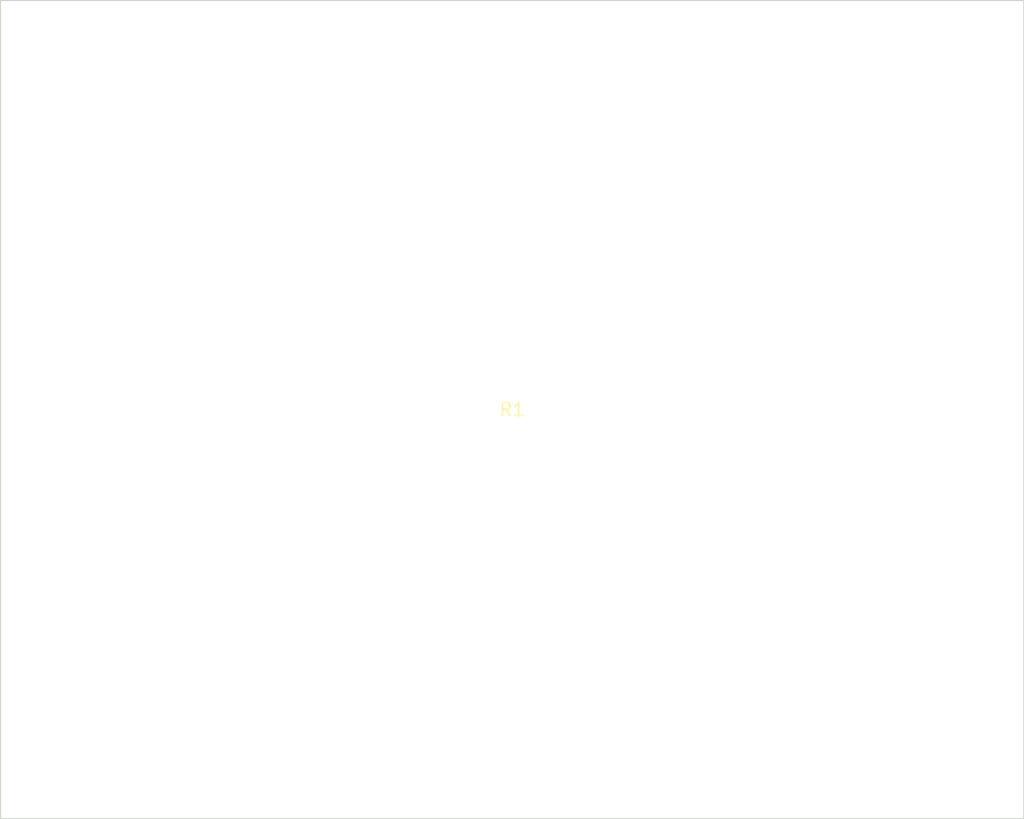
<source format=kicad_pcb>
(kicad_pcb (version 20240108) (generator "pcbnew") (generator_version "8.0")
  (layers (0 "F.Cu" signal) (31 "B.Cu" signal) (34 "B.Paste" user) (35 "F.Paste" user) (36 "B.SilkS" user "B.Silkscreen") (37 "F.SilkS" user "F.Silkscreen") (38 "B.Mask" user) (39 "F.Mask" user) (44 "Edge.Cuts" user))
  (net 0 "")
  (footprint "" (layer "F.Cu") (at 50 40)
    (property "Reference" "R1" (at 0 0 0) (layer "F.SilkS") (effects (font (size 1.27 1.27))))
    (property "Value" "")
  )
  (gr_rect (start 0 0) (end 100 80) (stroke (width 0.1)) (fill none) (layer "Edge.Cuts"))
)
</source>
